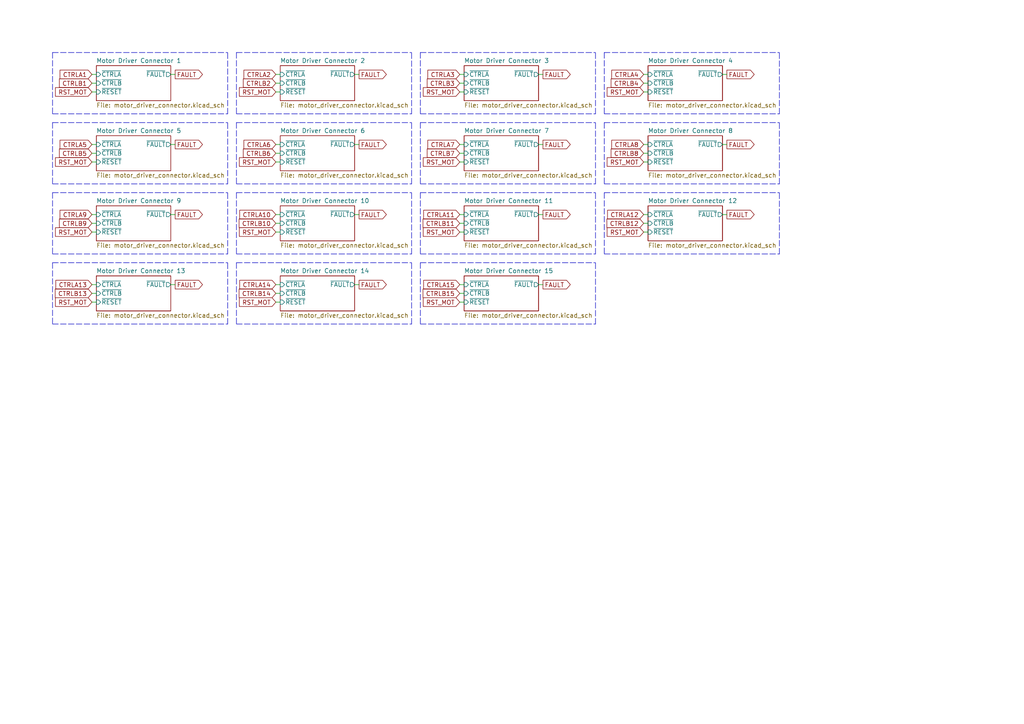
<source format=kicad_sch>
(kicad_sch (version 20211123) (generator eeschema)
  (paper "A4")
  (title_block (title "${title}") (date "${year}-${month}-${day}") (rev "${rev}") (company "${company}") (comment 1 "${author}"))
  (lib_symbols)
  (wire (pts (xy 133.35 82.55) (xy 134.62 82.55)))
  (wire (pts (xy 156.21 82.55) (xy 157.48 82.55)))
  (polyline (pts (xy 68.58 33.02) (xy 119.38 33.02)))
  (polyline (pts (xy 15.24 35.56) (xy 66.04 35.56)))
  (polyline (pts (xy 226.06 33.02) (xy 226.06 15.24)))
  (wire (pts (xy 26.67 62.23) (xy 27.94 62.23)))
  (polyline (pts (xy 66.04 33.02) (xy 66.04 15.24)))
  (wire (pts (xy 209.55 62.23) (xy 210.82 62.23)))
  (polyline (pts (xy 68.58 76.2) (xy 68.58 93.98)))
  (polyline (pts (xy 15.24 76.2) (xy 66.04 76.2)))
  (wire (pts (xy 80.01 67.31) (xy 81.28 67.31)))
  (wire (pts (xy 133.35 44.45) (xy 134.62 44.45)))
  (polyline (pts (xy 15.24 15.24) (xy 15.24 33.02)))
  (wire (pts (xy 186.69 24.13) (xy 187.96 24.13)))
  (polyline (pts (xy 121.92 76.2) (xy 121.92 93.98)))
  (wire (pts (xy 80.01 21.59) (xy 81.28 21.59)))
  (polyline (pts (xy 68.58 73.66) (xy 119.38 73.66)))
  (wire (pts (xy 49.53 82.55) (xy 50.8 82.55)))
  (wire (pts (xy 133.35 24.13) (xy 134.62 24.13)))
  (wire (pts (xy 26.67 87.63) (xy 27.94 87.63)))
  (polyline (pts (xy 15.24 55.88) (xy 66.04 55.88)))
  (wire (pts (xy 26.67 82.55) (xy 27.94 82.55)))
  (polyline (pts (xy 175.26 55.88) (xy 175.26 73.66)))
  (polyline (pts (xy 121.92 93.98) (xy 172.72 93.98)))
  (polyline (pts (xy 175.26 33.02) (xy 226.06 33.02)))
  (polyline (pts (xy 66.04 93.98) (xy 66.04 76.2)))
  (polyline (pts (xy 121.92 35.56) (xy 172.72 35.56)))
  (polyline (pts (xy 172.72 53.34) (xy 172.72 35.56)))
  (polyline (pts (xy 119.38 73.66) (xy 119.38 55.88)))
  (wire (pts (xy 26.67 24.13) (xy 27.94 24.13)))
  (wire (pts (xy 209.55 21.59) (xy 210.82 21.59)))
  (polyline (pts (xy 175.26 35.56) (xy 226.06 35.56)))
  (polyline (pts (xy 15.24 93.98) (xy 66.04 93.98)))
  (wire (pts (xy 26.67 41.91) (xy 27.94 41.91)))
  (polyline (pts (xy 68.58 35.56) (xy 68.58 53.34)))
  (polyline (pts (xy 66.04 53.34) (xy 66.04 35.56)))
  (polyline (pts (xy 119.38 93.98) (xy 119.38 76.2)))
  (polyline (pts (xy 68.58 15.24) (xy 119.38 15.24)))
  (wire (pts (xy 186.69 26.67) (xy 187.96 26.67)))
  (polyline (pts (xy 68.58 93.98) (xy 119.38 93.98)))
  (polyline (pts (xy 226.06 53.34) (xy 226.06 35.56)))
  (polyline (pts (xy 119.38 53.34) (xy 119.38 35.56)))
  (wire (pts (xy 133.35 87.63) (xy 134.62 87.63)))
  (wire (pts (xy 186.69 62.23) (xy 187.96 62.23)))
  (wire (pts (xy 80.01 85.09) (xy 81.28 85.09)))
  (polyline (pts (xy 175.26 35.56) (xy 175.26 53.34)))
  (polyline (pts (xy 15.24 76.2) (xy 15.24 93.98)))
  (polyline (pts (xy 15.24 35.56) (xy 15.24 53.34)))
  (polyline (pts (xy 15.24 53.34) (xy 66.04 53.34)))
  (wire (pts (xy 186.69 44.45) (xy 187.96 44.45)))
  (wire (pts (xy 26.67 46.99) (xy 27.94 46.99)))
  (wire (pts (xy 133.35 26.67) (xy 134.62 26.67)))
  (wire (pts (xy 26.67 21.59) (xy 27.94 21.59)))
  (wire (pts (xy 133.35 41.91) (xy 134.62 41.91)))
  (wire (pts (xy 26.67 64.77) (xy 27.94 64.77)))
  (wire (pts (xy 102.87 41.91) (xy 104.14 41.91)))
  (polyline (pts (xy 68.58 55.88) (xy 119.38 55.88)))
  (wire (pts (xy 26.67 67.31) (xy 27.94 67.31)))
  (wire (pts (xy 186.69 41.91) (xy 187.96 41.91)))
  (wire (pts (xy 186.69 46.99) (xy 187.96 46.99)))
  (polyline (pts (xy 68.58 35.56) (xy 119.38 35.56)))
  (polyline (pts (xy 175.26 53.34) (xy 226.06 53.34)))
  (polyline (pts (xy 66.04 73.66) (xy 66.04 55.88)))
  (polyline (pts (xy 175.26 15.24) (xy 226.06 15.24)))
  (wire (pts (xy 80.01 62.23) (xy 81.28 62.23)))
  (polyline (pts (xy 121.92 35.56) (xy 121.92 53.34)))
  (wire (pts (xy 102.87 82.55) (xy 104.14 82.55)))
  (wire (pts (xy 156.21 62.23) (xy 157.48 62.23)))
  (wire (pts (xy 80.01 24.13) (xy 81.28 24.13)))
  (polyline (pts (xy 121.92 15.24) (xy 121.92 33.02)))
  (polyline (pts (xy 121.92 33.02) (xy 172.72 33.02)))
  (wire (pts (xy 102.87 62.23) (xy 104.14 62.23)))
  (polyline (pts (xy 121.92 76.2) (xy 172.72 76.2)))
  (wire (pts (xy 133.35 21.59) (xy 134.62 21.59)))
  (wire (pts (xy 26.67 85.09) (xy 27.94 85.09)))
  (wire (pts (xy 186.69 64.77) (xy 187.96 64.77)))
  (polyline (pts (xy 121.92 55.88) (xy 121.92 73.66)))
  (wire (pts (xy 133.35 46.99) (xy 134.62 46.99)))
  (wire (pts (xy 186.69 67.31) (xy 187.96 67.31)))
  (wire (pts (xy 102.87 21.59) (xy 104.14 21.59)))
  (polyline (pts (xy 15.24 73.66) (xy 66.04 73.66)))
  (polyline (pts (xy 68.58 15.24) (xy 68.58 33.02)))
  (polyline (pts (xy 15.24 33.02) (xy 66.04 33.02)))
  (polyline (pts (xy 175.26 73.66) (xy 226.06 73.66)))
  (polyline (pts (xy 172.72 33.02) (xy 172.72 15.24)))
  (polyline (pts (xy 175.26 55.88) (xy 226.06 55.88)))
  (wire (pts (xy 26.67 26.67) (xy 27.94 26.67)))
  (polyline (pts (xy 172.72 93.98) (xy 172.72 76.2)))
  (wire (pts (xy 49.53 62.23) (xy 50.8 62.23)))
  (wire (pts (xy 26.67 44.45) (xy 27.94 44.45)))
  (wire (pts (xy 133.35 64.77) (xy 134.62 64.77)))
  (wire (pts (xy 186.69 21.59) (xy 187.96 21.59)))
  (wire (pts (xy 49.53 21.59) (xy 50.8 21.59)))
  (polyline (pts (xy 68.58 55.88) (xy 68.58 73.66)))
  (polyline (pts (xy 121.92 15.24) (xy 172.72 15.24)))
  (wire (pts (xy 80.01 87.63) (xy 81.28 87.63)))
  (wire (pts (xy 80.01 41.91) (xy 81.28 41.91)))
  (wire (pts (xy 133.35 62.23) (xy 134.62 62.23)))
  (wire (pts (xy 49.53 41.91) (xy 50.8 41.91)))
  (wire (pts (xy 80.01 44.45) (xy 81.28 44.45)))
  (wire (pts (xy 133.35 67.31) (xy 134.62 67.31)))
  (wire (pts (xy 209.55 41.91) (xy 210.82 41.91)))
  (wire (pts (xy 156.21 21.59) (xy 157.48 21.59)))
  (wire (pts (xy 80.01 82.55) (xy 81.28 82.55)))
  (wire (pts (xy 80.01 26.67) (xy 81.28 26.67)))
  (polyline (pts (xy 68.58 53.34) (xy 119.38 53.34)))
  (polyline (pts (xy 15.24 55.88) (xy 15.24 73.66)))
  (wire (pts (xy 156.21 41.91) (xy 157.48 41.91)))
  (polyline (pts (xy 15.24 15.24) (xy 66.04 15.24)))
  (polyline (pts (xy 172.72 73.66) (xy 172.72 55.88)))
  (polyline (pts (xy 121.92 55.88) (xy 172.72 55.88)))
  (polyline (pts (xy 68.58 76.2) (xy 119.38 76.2)))
  (polyline (pts (xy 226.06 73.66) (xy 226.06 55.88)))
  (wire (pts (xy 133.35 85.09) (xy 134.62 85.09)))
  (polyline (pts (xy 121.92 73.66) (xy 172.72 73.66)))
  (polyline (pts (xy 175.26 15.24) (xy 175.26 33.02)))
  (polyline (pts (xy 121.92 53.34) (xy 172.72 53.34)))
  (wire (pts (xy 80.01 46.99) (xy 81.28 46.99)))
  (polyline (pts (xy 119.38 33.02) (xy 119.38 15.24)))
  (wire (pts (xy 80.01 64.77) (xy 81.28 64.77)))
  (global_label "RST_MOT" (shape input) (at 133.35 26.67 180) (property "Intersheet References" "${INTERSHEET_REFS}" (effects hide)))
  (global_label "CTRLB4" (shape input) (at 186.69 24.13 180) (property "Intersheet References" "${INTERSHEET_REFS}" (effects hide)))
  (global_label "RST_MOT" (shape input) (at 133.35 46.99 180) (property "Intersheet References" "${INTERSHEET_REFS}" (effects hide)))
  (global_label "FAULT" (shape output) (at 210.82 21.59 0) (property "Intersheet References" "${INTERSHEET_REFS}" (effects hide)))
  (global_label "FAULT" (shape output) (at 157.48 21.59 0) (property "Intersheet References" "${INTERSHEET_REFS}" (effects hide)))
  (global_label "CTRLA11" (shape input) (at 133.35 62.23 180) (property "Intersheet References" "${INTERSHEET_REFS}" (effects hide)))
  (global_label "CTRLA2" (shape input) (at 80.01 21.59 180) (property "Intersheet References" "${INTERSHEET_REFS}" (effects hide)))
  (global_label "CTRLA10" (shape input) (at 80.01 62.23 180) (property "Intersheet References" "${INTERSHEET_REFS}" (effects hide)))
  (global_label "CTRLA6" (shape input) (at 80.01 41.91 180) (property "Intersheet References" "${INTERSHEET_REFS}" (effects hide)))
  (global_label "FAULT" (shape output) (at 210.82 62.23 0) (property "Intersheet References" "${INTERSHEET_REFS}" (effects hide)))
  (global_label "RST_MOT" (shape input) (at 133.35 87.63 180) (property "Intersheet References" "${INTERSHEET_REFS}" (effects hide)))
  (global_label "CTRLB10" (shape input) (at 80.01 64.77 180) (property "Intersheet References" "${INTERSHEET_REFS}" (effects hide)))
  (global_label "CTRLA15" (shape input) (at 133.35 82.55 180) (property "Intersheet References" "${INTERSHEET_REFS}" (effects hide)))
  (global_label "CTRLA12" (shape input) (at 186.69 62.23 180) (property "Intersheet References" "${INTERSHEET_REFS}" (effects hide)))
  (global_label "CTRLB15" (shape input) (at 133.35 85.09 180) (property "Intersheet References" "${INTERSHEET_REFS}" (effects hide)))
  (global_label "FAULT" (shape output) (at 50.8 21.59 0) (property "Intersheet References" "${INTERSHEET_REFS}" (effects hide)))
  (global_label "CTRLB3" (shape input) (at 133.35 24.13 180) (property "Intersheet References" "${INTERSHEET_REFS}" (effects hide)))
  (global_label "CTRLA3" (shape input) (at 133.35 21.59 180) (property "Intersheet References" "${INTERSHEET_REFS}" (effects hide)))
  (global_label "CTRLB1" (shape input) (at 26.67 24.13 180) (property "Intersheet References" "${INTERSHEET_REFS}" (effects hide)))
  (global_label "FAULT" (shape output) (at 104.14 41.91 0) (property "Intersheet References" "${INTERSHEET_REFS}" (effects hide)))
  (global_label "CTRLA7" (shape input) (at 133.35 41.91 180) (property "Intersheet References" "${INTERSHEET_REFS}" (effects hide)))
  (global_label "RST_MOT" (shape input) (at 80.01 87.63 180) (property "Intersheet References" "${INTERSHEET_REFS}" (effects hide)))
  (global_label "CTRLA4" (shape input) (at 186.69 21.59 180) (property "Intersheet References" "${INTERSHEET_REFS}" (effects hide)))
  (global_label "FAULT" (shape output) (at 104.14 82.55 0) (property "Intersheet References" "${INTERSHEET_REFS}" (effects hide)))
  (global_label "CTRLB8" (shape input) (at 186.69 44.45 180) (property "Intersheet References" "${INTERSHEET_REFS}" (effects hide)))
  (global_label "CTRLB9" (shape input) (at 26.67 64.77 180) (property "Intersheet References" "${INTERSHEET_REFS}" (effects hide)))
  (global_label "FAULT" (shape output) (at 104.14 62.23 0) (property "Intersheet References" "${INTERSHEET_REFS}" (effects hide)))
  (global_label "FAULT" (shape output) (at 157.48 82.55 0) (property "Intersheet References" "${INTERSHEET_REFS}" (effects hide)))
  (global_label "RST_MOT" (shape input) (at 26.67 26.67 180) (property "Intersheet References" "${INTERSHEET_REFS}" (effects hide)))
  (global_label "CTRLA8" (shape input) (at 186.69 41.91 180) (property "Intersheet References" "${INTERSHEET_REFS}" (effects hide)))
  (global_label "RST_MOT" (shape input) (at 26.67 67.31 180) (property "Intersheet References" "${INTERSHEET_REFS}" (effects hide)))
  (global_label "CTRLB2" (shape input) (at 80.01 24.13 180) (property "Intersheet References" "${INTERSHEET_REFS}" (effects hide)))
  (global_label "CTRLB13" (shape input) (at 26.67 85.09 180) (property "Intersheet References" "${INTERSHEET_REFS}" (effects hide)))
  (global_label "RST_MOT" (shape input) (at 80.01 67.31 180) (property "Intersheet References" "${INTERSHEET_REFS}" (effects hide)))
  (global_label "FAULT" (shape output) (at 50.8 82.55 0) (property "Intersheet References" "${INTERSHEET_REFS}" (effects hide)))
  (global_label "FAULT" (shape output) (at 50.8 62.23 0) (property "Intersheet References" "${INTERSHEET_REFS}" (effects hide)))
  (global_label "RST_MOT" (shape input) (at 186.69 26.67 180) (property "Intersheet References" "${INTERSHEET_REFS}" (effects hide)))
  (global_label "CTRLA1" (shape input) (at 26.67 21.59 180) (property "Intersheet References" "${INTERSHEET_REFS}" (effects hide)))
  (global_label "RST_MOT" (shape input) (at 133.35 67.31 180) (property "Intersheet References" "${INTERSHEET_REFS}" (effects hide)))
  (global_label "CTRLB11" (shape input) (at 133.35 64.77 180) (property "Intersheet References" "${INTERSHEET_REFS}" (effects hide)))
  (global_label "CTRLB14" (shape input) (at 80.01 85.09 180) (property "Intersheet References" "${INTERSHEET_REFS}" (effects hide)))
  (global_label "FAULT" (shape output) (at 50.8 41.91 0) (property "Intersheet References" "${INTERSHEET_REFS}" (effects hide)))
  (global_label "FAULT" (shape output) (at 157.48 62.23 0) (property "Intersheet References" "${INTERSHEET_REFS}" (effects hide)))
  (global_label "CTRLA9" (shape input) (at 26.67 62.23 180) (property "Intersheet References" "${INTERSHEET_REFS}" (effects hide)))
  (global_label "RST_MOT" (shape input) (at 26.67 46.99 180) (property "Intersheet References" "${INTERSHEET_REFS}" (effects hide)))
  (global_label "FAULT" (shape output) (at 157.48 41.91 0) (property "Intersheet References" "${INTERSHEET_REFS}" (effects hide)))
  (global_label "RST_MOT" (shape input) (at 80.01 46.99 180) (property "Intersheet References" "${INTERSHEET_REFS}" (effects hide)))
  (global_label "RST_MOT" (shape input) (at 80.01 26.67 180) (property "Intersheet References" "${INTERSHEET_REFS}" (effects hide)))
  (global_label "CTRLB5" (shape input) (at 26.67 44.45 180) (property "Intersheet References" "${INTERSHEET_REFS}" (effects hide)))
  (global_label "RST_MOT" (shape input) (at 186.69 46.99 180) (property "Intersheet References" "${INTERSHEET_REFS}" (effects hide)))
  (global_label "CTRLA13" (shape input) (at 26.67 82.55 180) (property "Intersheet References" "${INTERSHEET_REFS}" (effects hide)))
  (global_label "CTRLB6" (shape input) (at 80.01 44.45 180) (property "Intersheet References" "${INTERSHEET_REFS}" (effects hide)))
  (global_label "RST_MOT" (shape input) (at 26.67 87.63 180) (property "Intersheet References" "${INTERSHEET_REFS}" (effects hide)))
  (global_label "CTRLA5" (shape input) (at 26.67 41.91 180) (property "Intersheet References" "${INTERSHEET_REFS}" (effects hide)))
  (global_label "CTRLA14" (shape input) (at 80.01 82.55 180) (property "Intersheet References" "${INTERSHEET_REFS}" (effects hide)))
  (global_label "CTRLB7" (shape input) (at 133.35 44.45 180) (property "Intersheet References" "${INTERSHEET_REFS}" (effects hide)))
  (global_label "FAULT" (shape output) (at 104.14 21.59 0) (property "Intersheet References" "${INTERSHEET_REFS}" (effects hide)))
  (global_label "FAULT" (shape output) (at 210.82 41.91 0) (property "Intersheet References" "${INTERSHEET_REFS}" (effects hide)))
  (global_label "RST_MOT" (shape input) (at 186.69 67.31 180) (property "Intersheet References" "${INTERSHEET_REFS}" (effects hide)))
  (global_label "CTRLB12" (shape input) (at 186.69 64.77 180) (property "Intersheet References" "${INTERSHEET_REFS}" (effects hide)))
  (sheet (at 81.28 19.05) (size 21.59 10.16) (stroke (width 0.1524))
    (property "Sheet name" "Motor Driver Connector 2" (at 81.28 18.3384 0) (effects (justify left bottom)))
    (property "Sheet file" "motor_driver_connector.kicad_sch" (at 81.28 29.7946 0) (effects (justify left top)))
    (pin "~{FAULT}" output (at 102.87 21.59 0))
    (pin "~{RESET}" input (at 81.28 26.67 180))
    (pin "~{CTRLA}" input (at 81.28 21.59 180))
    (pin "~{CTRLB}" input (at 81.28 24.13 180))
  )
  (sheet (at 187.96 39.37) (size 21.59 10.16) (stroke (width 0.1524))
    (property "Sheet name" "Motor Driver Connector 8" (at 187.96 38.6584 0) (effects (justify left bottom)))
    (property "Sheet file" "motor_driver_connector.kicad_sch" (at 187.96 50.1146 0) (effects (justify left top)))
    (pin "~{FAULT}" output (at 209.55 41.91 0))
    (pin "~{RESET}" input (at 187.96 46.99 180))
    (pin "~{CTRLA}" input (at 187.96 41.91 180))
    (pin "~{CTRLB}" input (at 187.96 44.45 180))
  )
  (sheet (at 27.94 59.69) (size 21.59 10.16) (stroke (width 0.1524))
    (property "Sheet name" "Motor Driver Connector 9" (at 27.94 58.9784 0) (effects (justify left bottom)))
    (property "Sheet file" "motor_driver_connector.kicad_sch" (at 27.94 70.4346 0) (effects (justify left top)))
    (pin "~{FAULT}" output (at 49.53 62.23 0))
    (pin "~{RESET}" input (at 27.94 67.31 180))
    (pin "~{CTRLA}" input (at 27.94 62.23 180))
    (pin "~{CTRLB}" input (at 27.94 64.77 180))
  )
  (sheet (at 134.62 59.69) (size 21.59 10.16) (stroke (width 0.1524))
    (property "Sheet name" "Motor Driver Connector 11" (at 134.62 58.9784 0) (effects (justify left bottom)))
    (property "Sheet file" "motor_driver_connector.kicad_sch" (at 134.62 70.4346 0) (effects (justify left top)))
    (pin "~{FAULT}" output (at 156.21 62.23 0))
    (pin "~{RESET}" input (at 134.62 67.31 180))
    (pin "~{CTRLA}" input (at 134.62 62.23 180))
    (pin "~{CTRLB}" input (at 134.62 64.77 180))
  )
  (sheet (at 134.62 80.01) (size 21.59 10.16) (stroke (width 0.1524))
    (property "Sheet name" "Motor Driver Connector 15" (at 134.62 79.2984 0) (effects (justify left bottom)))
    (property "Sheet file" "motor_driver_connector.kicad_sch" (at 134.62 90.7546 0) (effects (justify left top)))
    (pin "~{FAULT}" output (at 156.21 82.55 0))
    (pin "~{RESET}" input (at 134.62 87.63 180))
    (pin "~{CTRLA}" input (at 134.62 82.55 180))
    (pin "~{CTRLB}" input (at 134.62 85.09 180))
  )
  (sheet (at 81.28 39.37) (size 21.59 10.16) (stroke (width 0.1524))
    (property "Sheet name" "Motor Driver Connector 6" (at 81.28 38.6584 0) (effects (justify left bottom)))
    (property "Sheet file" "motor_driver_connector.kicad_sch" (at 81.28 50.1146 0) (effects (justify left top)))
    (pin "~{FAULT}" output (at 102.87 41.91 0))
    (pin "~{RESET}" input (at 81.28 46.99 180))
    (pin "~{CTRLA}" input (at 81.28 41.91 180))
    (pin "~{CTRLB}" input (at 81.28 44.45 180))
  )
  (sheet (at 81.28 59.69) (size 21.59 10.16) (stroke (width 0.1524))
    (property "Sheet name" "Motor Driver Connector 10" (at 81.28 58.9784 0) (effects (justify left bottom)))
    (property "Sheet file" "motor_driver_connector.kicad_sch" (at 81.28 70.4346 0) (effects (justify left top)))
    (pin "~{FAULT}" output (at 102.87 62.23 0))
    (pin "~{RESET}" input (at 81.28 67.31 180))
    (pin "~{CTRLA}" input (at 81.28 62.23 180))
    (pin "~{CTRLB}" input (at 81.28 64.77 180))
  )
  (sheet (at 81.28 80.01) (size 21.59 10.16) (stroke (width 0.1524))
    (property "Sheet name" "Motor Driver Connector 14" (at 81.28 79.2984 0) (effects (justify left bottom)))
    (property "Sheet file" "motor_driver_connector.kicad_sch" (at 81.28 90.7546 0) (effects (justify left top)))
    (pin "~{FAULT}" output (at 102.87 82.55 0))
    (pin "~{RESET}" input (at 81.28 87.63 180))
    (pin "~{CTRLA}" input (at 81.28 82.55 180))
    (pin "~{CTRLB}" input (at 81.28 85.09 180))
  )
  (sheet (at 187.96 59.69) (size 21.59 10.16) (stroke (width 0.1524))
    (property "Sheet name" "Motor Driver Connector 12" (at 187.96 58.9784 0) (effects (justify left bottom)))
    (property "Sheet file" "motor_driver_connector.kicad_sch" (at 187.96 70.4346 0) (effects (justify left top)))
    (pin "~{FAULT}" output (at 209.55 62.23 0))
    (pin "~{RESET}" input (at 187.96 67.31 180))
    (pin "~{CTRLA}" input (at 187.96 62.23 180))
    (pin "~{CTRLB}" input (at 187.96 64.77 180))
  )
  (sheet (at 134.62 39.37) (size 21.59 10.16) (stroke (width 0.1524))
    (property "Sheet name" "Motor Driver Connector 7" (at 134.62 38.6584 0) (effects (justify left bottom)))
    (property "Sheet file" "motor_driver_connector.kicad_sch" (at 134.62 50.1146 0) (effects (justify left top)))
    (pin "~{FAULT}" output (at 156.21 41.91 0))
    (pin "~{RESET}" input (at 134.62 46.99 180))
    (pin "~{CTRLA}" input (at 134.62 41.91 180))
    (pin "~{CTRLB}" input (at 134.62 44.45 180))
  )
  (sheet (at 27.94 39.37) (size 21.59 10.16) (stroke (width 0.1524))
    (property "Sheet name" "Motor Driver Connector 5" (at 27.94 38.6584 0) (effects (justify left bottom)))
    (property "Sheet file" "motor_driver_connector.kicad_sch" (at 27.94 50.1146 0) (effects (justify left top)))
    (pin "~{FAULT}" output (at 49.53 41.91 0))
    (pin "~{RESET}" input (at 27.94 46.99 180))
    (pin "~{CTRLA}" input (at 27.94 41.91 180))
    (pin "~{CTRLB}" input (at 27.94 44.45 180))
  )
  (sheet (at 27.94 19.05) (size 21.59 10.16) (stroke (width 0.1524))
    (property "Sheet name" "Motor Driver Connector 1" (at 27.94 18.3384 0) (effects (justify left bottom)))
    (property "Sheet file" "motor_driver_connector.kicad_sch" (at 27.94 29.7946 0) (effects (justify left top)))
    (pin "~{FAULT}" output (at 49.53 21.59 0))
    (pin "~{RESET}" input (at 27.94 26.67 180))
    (pin "~{CTRLA}" input (at 27.94 21.59 180))
    (pin "~{CTRLB}" input (at 27.94 24.13 180))
  )
  (sheet (at 187.96 19.05) (size 21.59 10.16) (stroke (width 0.1524))
    (property "Sheet name" "Motor Driver Connector 4" (at 187.96 18.3384 0) (effects (justify left bottom)))
    (property "Sheet file" "motor_driver_connector.kicad_sch" (at 187.96 29.7946 0) (effects (justify left top)))
    (pin "~{FAULT}" output (at 209.55 21.59 0))
    (pin "~{RESET}" input (at 187.96 26.67 180))
    (pin "~{CTRLA}" input (at 187.96 21.59 180))
    (pin "~{CTRLB}" input (at 187.96 24.13 180))
  )
  (sheet (at 134.62 19.05) (size 21.59 10.16) (stroke (width 0.1524))
    (property "Sheet name" "Motor Driver Connector 3" (at 134.62 18.3384 0) (effects (justify left bottom)))
    (property "Sheet file" "motor_driver_connector.kicad_sch" (at 134.62 29.7946 0) (effects (justify left top)))
    (pin "~{FAULT}" output (at 156.21 21.59 0))
    (pin "~{RESET}" input (at 134.62 26.67 180))
    (pin "~{CTRLA}" input (at 134.62 21.59 180))
    (pin "~{CTRLB}" input (at 134.62 24.13 180))
  )
  (sheet (at 27.94 80.01) (size 21.59 10.16) (stroke (width 0.1524))
    (property "Sheet name" "Motor Driver Connector 13" (at 27.94 79.2984 0) (effects (justify left bottom)))
    (property "Sheet file" "motor_driver_connector.kicad_sch" (at 27.94 90.7546 0) (effects (justify left top)))
    (pin "~{FAULT}" output (at 49.53 82.55 0))
    (pin "~{RESET}" input (at 27.94 87.63 180))
    (pin "~{CTRLA}" input (at 27.94 82.55 180))
    (pin "~{CTRLB}" input (at 27.94 85.09 180))
  )
)
</source>
